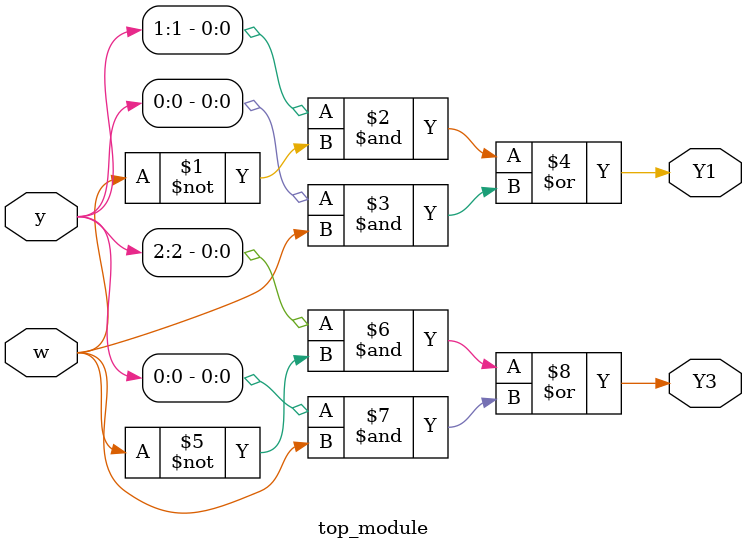
<source format=sv>
module top_module (
	input [5:0] y,
	input w,
	output Y1,
	output Y3
);

	// flip-flop Y1
	assign Y1 = (y[1] & ~w) | (y[0] & w);

	// flip-flop Y3
	assign Y3 = (y[2] & ~w) | (y[0] & w);

endmodule

</source>
